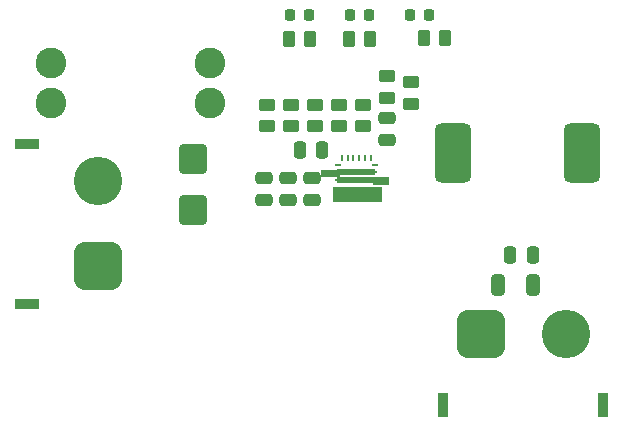
<source format=gbr>
%TF.GenerationSoftware,KiCad,Pcbnew,8.0.3*%
%TF.CreationDate,2024-07-17T12:48:18+09:00*%
%TF.ProjectId,DCDC_24to12,44434443-5f32-4347-946f-31322e6b6963,rev?*%
%TF.SameCoordinates,Original*%
%TF.FileFunction,Soldermask,Top*%
%TF.FilePolarity,Negative*%
%FSLAX46Y46*%
G04 Gerber Fmt 4.6, Leading zero omitted, Abs format (unit mm)*
G04 Created by KiCad (PCBNEW 8.0.3) date 2024-07-17 12:48:18*
%MOMM*%
%LPD*%
G01*
G04 APERTURE LIST*
G04 Aperture macros list*
%AMRoundRect*
0 Rectangle with rounded corners*
0 $1 Rounding radius*
0 $2 $3 $4 $5 $6 $7 $8 $9 X,Y pos of 4 corners*
0 Add a 4 corners polygon primitive as box body*
4,1,4,$2,$3,$4,$5,$6,$7,$8,$9,$2,$3,0*
0 Add four circle primitives for the rounded corners*
1,1,$1+$1,$2,$3*
1,1,$1+$1,$4,$5*
1,1,$1+$1,$6,$7*
1,1,$1+$1,$8,$9*
0 Add four rect primitives between the rounded corners*
20,1,$1+$1,$2,$3,$4,$5,0*
20,1,$1+$1,$4,$5,$6,$7,0*
20,1,$1+$1,$6,$7,$8,$9,0*
20,1,$1+$1,$8,$9,$2,$3,0*%
G04 Aperture macros list end*
%ADD10C,0.100000*%
%ADD11RoundRect,0.250000X0.250000X0.475000X-0.250000X0.475000X-0.250000X-0.475000X0.250000X-0.475000X0*%
%ADD12R,2.000000X0.900000*%
%ADD13RoundRect,1.025000X1.025000X-1.025000X1.025000X1.025000X-1.025000X1.025000X-1.025000X-1.025000X0*%
%ADD14C,4.100000*%
%ADD15RoundRect,0.250000X-0.475000X0.250000X-0.475000X-0.250000X0.475000X-0.250000X0.475000X0.250000X0*%
%ADD16RoundRect,0.250000X0.325000X0.650000X-0.325000X0.650000X-0.325000X-0.650000X0.325000X-0.650000X0*%
%ADD17RoundRect,0.250000X0.450000X-0.262500X0.450000X0.262500X-0.450000X0.262500X-0.450000X-0.262500X0*%
%ADD18RoundRect,0.250000X-0.450000X0.262500X-0.450000X-0.262500X0.450000X-0.262500X0.450000X0.262500X0*%
%ADD19RoundRect,0.250000X0.262500X0.450000X-0.262500X0.450000X-0.262500X-0.450000X0.262500X-0.450000X0*%
%ADD20RoundRect,0.218750X0.218750X0.256250X-0.218750X0.256250X-0.218750X-0.256250X0.218750X-0.256250X0*%
%ADD21RoundRect,1.025000X1.025000X1.025000X-1.025000X1.025000X-1.025000X-1.025000X1.025000X-1.025000X0*%
%ADD22R,0.900000X2.000000*%
%ADD23C,2.604000*%
%ADD24RoundRect,0.508530X-1.041470X-1.991470X1.041470X-1.991470X1.041470X1.991470X-1.041470X1.991470X0*%
%ADD25R,0.279400X0.508000*%
%ADD26R,0.508000X0.279400*%
%ADD27R,3.608100X0.279400*%
%ADD28R,3.302000X0.508000*%
%ADD29R,3.302000X0.736600*%
%ADD30R,0.279400X0.500000*%
%ADD31RoundRect,0.250000X-0.900000X1.000000X-0.900000X-1.000000X0.900000X-1.000000X0.900000X1.000000X0*%
G04 APERTURE END LIST*
D10*
X103505000Y-54330999D02*
X104775000Y-54330999D01*
X104775000Y-54965999D01*
X103505000Y-54965999D01*
X103505000Y-54330999D01*
G36*
X103505000Y-54330999D02*
G01*
X104775000Y-54330999D01*
X104775000Y-54965999D01*
X103505000Y-54965999D01*
X103505000Y-54330999D01*
G37*
X100076000Y-55219999D02*
X104140000Y-55219999D01*
X104140000Y-56362999D01*
X100076000Y-56362999D01*
X100076000Y-55219999D01*
G36*
X100076000Y-55219999D02*
G01*
X104140000Y-55219999D01*
X104140000Y-56362999D01*
X100076000Y-56362999D01*
X100076000Y-55219999D01*
G37*
X99060000Y-53721000D02*
X100584000Y-53721000D01*
X100584000Y-54229000D01*
X99060000Y-54229000D01*
X99060000Y-53721000D01*
G36*
X99060000Y-53721000D02*
G01*
X100584000Y-53721000D01*
X100584000Y-54229000D01*
X99060000Y-54229000D01*
X99060000Y-53721000D01*
G37*
D11*
%TO.C,C6*%
X117028000Y-60960000D03*
X115128000Y-60960000D03*
%TD*%
D12*
%TO.C,J1*%
X74175000Y-65062000D03*
X74175000Y-51562000D03*
D13*
X80175000Y-61912000D03*
D14*
X80175000Y-54712000D03*
%TD*%
D15*
%TO.C,C5*%
X96266000Y-54422000D03*
X96266000Y-56322000D03*
%TD*%
%TO.C,C7*%
X98298000Y-54422000D03*
X98298000Y-56322000D03*
%TD*%
D16*
%TO.C,C4*%
X117045000Y-63500000D03*
X114095000Y-63500000D03*
%TD*%
D17*
%TO.C,R9*%
X94488000Y-50061500D03*
X94488000Y-48236500D03*
%TD*%
D18*
%TO.C,R3*%
X104648000Y-45823500D03*
X104648000Y-47648500D03*
%TD*%
D19*
%TO.C,R10*%
X109624500Y-42545000D03*
X107799500Y-42545000D03*
%TD*%
D20*
%TO.C,D2*%
X98044000Y-40640000D03*
X96469000Y-40640000D03*
%TD*%
D11*
%TO.C,C2*%
X99181998Y-52070000D03*
X97282000Y-52070000D03*
%TD*%
D20*
%TO.C,D4*%
X108229500Y-40640000D03*
X106654500Y-40640000D03*
%TD*%
%TO.C,D3*%
X103149500Y-40640000D03*
X101574500Y-40640000D03*
%TD*%
D14*
%TO.C,J2*%
X119805000Y-67645000D03*
D21*
X112605000Y-67645000D03*
D22*
X109455000Y-73645000D03*
X122955000Y-73645000D03*
%TD*%
D17*
%TO.C,R7*%
X98552000Y-50061500D03*
X98552000Y-48236500D03*
%TD*%
D19*
%TO.C,R2*%
X103274500Y-42672000D03*
X101449500Y-42672000D03*
%TD*%
D23*
%TO.C,F1*%
X89670000Y-48055000D03*
X89670000Y-44655000D03*
X76200000Y-48055000D03*
X76200000Y-44655000D03*
%TD*%
D18*
%TO.C,R8*%
X96520000Y-48236500D03*
X96520000Y-50061500D03*
%TD*%
D24*
%TO.C,L1*%
X110236000Y-52324000D03*
X121236000Y-52324000D03*
%TD*%
D25*
%TO.C,U1*%
X103348315Y-52705000D03*
X102848189Y-52705000D03*
X102348063Y-52705000D03*
X101847937Y-52705000D03*
X101347811Y-52705000D03*
X100847685Y-52705000D03*
D26*
X100547965Y-53314999D03*
D27*
X102098000Y-53924799D03*
D28*
X102098000Y-53930006D03*
X102098000Y-54630005D03*
D27*
X102098000Y-54635999D03*
X102098000Y-55245599D03*
D29*
X102098000Y-55492995D03*
D27*
X102098000Y-55728199D03*
D30*
X103348000Y-55804999D03*
X102848000Y-55804999D03*
X102348000Y-55804999D03*
X101848000Y-55804999D03*
X101348000Y-55804999D03*
X100848000Y-55804999D03*
D26*
X103648035Y-53314999D03*
%TD*%
D18*
%TO.C,R6*%
X100584000Y-48236500D03*
X100584000Y-50061500D03*
%TD*%
D17*
%TO.C,R4*%
X102616000Y-50061500D03*
X102616000Y-48236500D03*
%TD*%
D15*
%TO.C,C3*%
X94234000Y-54422000D03*
X94234000Y-56322000D03*
%TD*%
D31*
%TO.C,D1*%
X88265000Y-52841000D03*
X88265000Y-57141000D03*
%TD*%
D19*
%TO.C,R1*%
X98194500Y-42672000D03*
X96369500Y-42672000D03*
%TD*%
D17*
%TO.C,R5*%
X106680000Y-48156500D03*
X106680000Y-46331500D03*
%TD*%
D15*
%TO.C,C1*%
X104648000Y-49342000D03*
X104648000Y-51242000D03*
%TD*%
M02*

</source>
